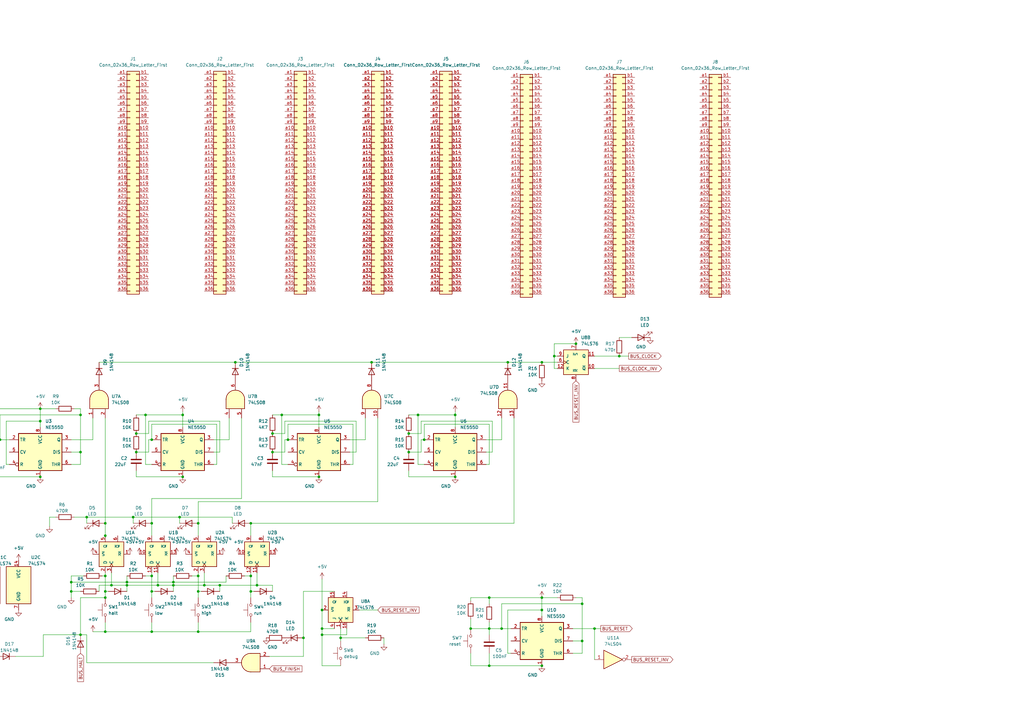
<source format=kicad_sch>
(kicad_sch (version 20211123) (generator eeschema)
  (paper "A3")
  (lib_symbols
    (symbol "74xx:74LS04"
      (property "Reference" "U" (at 0 1.27 0))
      (property "Value" "74LS04" (at 0 -1.27 0))
      (symbol "74LS04_1_0"
        (pin input line (at -7.62 0 0) (length 3.81) (name "~") (number "1"))
        (pin output inverted (at 7.62 0 180) (length 3.81) (name "~") (number "2"))
      )
      (symbol "74LS04_2_0"
        (pin input line (at -7.62 0 0) (length 3.81) (name "~") (number "3"))
        (pin output inverted (at 7.62 0 180) (length 3.81) (name "~") (number "4"))
      )
      (symbol "74LS04_3_0"
        (pin input line (at -7.62 0 0) (length 3.81) (name "~") (number "5"))
        (pin output inverted (at 7.62 0 180) (length 3.81) (name "~") (number "6"))
      )
      (symbol "74LS04_4_0"
        (pin output inverted (at 7.62 0 180) (length 3.81) (name "~") (number "8"))
        (pin input line (at -7.62 0 0) (length 3.81) (name "~") (number "9"))
      )
      (symbol "74LS04_5_0"
        (pin output inverted (at 7.62 0 180) (length 3.81) (name "~") (number "10"))
        (pin input line (at -7.62 0 0) (length 3.81) (name "~") (number "11"))
      )
      (symbol "74LS04_6_0"
        (pin output inverted (at 7.62 0 180) (length 3.81) (name "~") (number "12"))
        (pin input line (at -7.62 0 0) (length 3.81) (name "~") (number "13"))
      )
      (symbol "74LS04_7_0"
        (pin power_in line (at 0 12.7 270) (length 5.08) (name "VCC") (number "14"))
        (pin power_in line (at 0 -12.7 90) (length 5.08) (name "GND") (number "7"))
      )
    )
    (symbol "74xx:74LS08" (pin_names (offset 1.016))
      (property "Reference" "U" (at 0 1.27 0))
      (property "Value" "74LS08" (at 0 -1.27 0))
      (symbol "74LS08_1_1"
        (pin input line (at -7.62 2.54 0) (length 3.81) (name "~") (number "1"))
        (pin input line (at -7.62 -2.54 0) (length 3.81) (name "~") (number "2"))
        (pin output line (at 7.62 0 180) (length 3.81) (name "~") (number "3"))
      )
      (symbol "74LS08_1_2"
        (pin input inverted (at -7.62 2.54 0) (length 4.318) (name "~") (number "1"))
        (pin input inverted (at -7.62 -2.54 0) (length 4.318) (name "~") (number "2"))
        (pin output inverted (at 7.62 0 180) (length 3.81) (name "~") (number "3"))
      )
      (symbol "74LS08_2_1"
        (pin input line (at -7.62 2.54 0) (length 3.81) (name "~") (number "4"))
        (pin input line (at -7.62 -2.54 0) (length 3.81) (name "~") (number "5"))
        (pin output line (at 7.62 0 180) (length 3.81) (name "~") (number "6"))
      )
      (symbol "74LS08_2_2"
        (pin input inverted (at -7.62 2.54 0) (length 4.318) (name "~") (number "4"))
        (pin input inverted (at -7.62 -2.54 0) (length 4.318) (name "~") (number "5"))
        (pin output inverted (at 7.62 0 180) (length 3.81) (name "~") (number "6"))
      )
      (symbol "74LS08_3_1"
        (pin input line (at -7.62 -2.54 0) (length 3.81) (name "~") (number "10"))
        (pin output line (at 7.62 0 180) (length 3.81) (name "~") (number "8"))
        (pin input line (at -7.62 2.54 0) (length 3.81) (name "~") (number "9"))
      )
      (symbol "74LS08_3_2"
        (pin input inverted (at -7.62 -2.54 0) (length 4.318) (name "~") (number "10"))
        (pin output inverted (at 7.62 0 180) (length 3.81) (name "~") (number "8"))
        (pin input inverted (at -7.62 2.54 0) (length 4.318) (name "~") (number "9"))
      )
      (symbol "74LS08_4_1"
        (pin output line (at 7.62 0 180) (length 3.81) (name "~") (number "11"))
        (pin input line (at -7.62 2.54 0) (length 3.81) (name "~") (number "12"))
        (pin input line (at -7.62 -2.54 0) (length 3.81) (name "~") (number "13"))
      )
      (symbol "74LS08_4_2"
        (pin output inverted (at 7.62 0 180) (length 3.81) (name "~") (number "11"))
        (pin input inverted (at -7.62 2.54 0) (length 4.318) (name "~") (number "12"))
        (pin input inverted (at -7.62 -2.54 0) (length 4.318) (name "~") (number "13"))
      )
      (symbol "74LS08_5_0"
        (pin power_in line (at 0 12.7 270) (length 5.08) (name "VCC") (number "14"))
        (pin power_in line (at 0 -12.7 90) (length 5.08) (name "GND") (number "7"))
      )
    )
    (symbol "74xx:74LS74" (pin_names (offset 1.016))
      (property "Reference" "U" (at -7.62 8.89 0))
      (property "Value" "74LS74" (at -7.62 -8.89 0))
      (symbol "74LS74_1_0"
        (pin input line (at 0 -7.62 90) (length 2.54) (name "~{R}") (number "1"))
        (pin input line (at -7.62 2.54 0) (length 2.54) (name "D") (number "2"))
        (pin input clock (at -7.62 0 0) (length 2.54) (name "C") (number "3"))
        (pin input line (at 0 7.62 270) (length 2.54) (name "~{S}") (number "4"))
        (pin output line (at 7.62 2.54 180) (length 2.54) (name "Q") (number "5"))
        (pin output line (at 7.62 -2.54 180) (length 2.54) (name "~{Q}") (number "6"))
      )
      (symbol "74LS74_2_0"
        (pin input line (at 0 7.62 270) (length 2.54) (name "~{S}") (number "10"))
        (pin input clock (at -7.62 0 0) (length 2.54) (name "C") (number "11"))
        (pin input line (at -7.62 2.54 0) (length 2.54) (name "D") (number "12"))
        (pin input line (at 0 -7.62 90) (length 2.54) (name "~{R}") (number "13"))
        (pin output line (at 7.62 -2.54 180) (length 2.54) (name "~{Q}") (number "8"))
        (pin output line (at 7.62 2.54 180) (length 2.54) (name "Q") (number "9"))
      )
      (symbol "74LS74_3_0"
        (pin power_in line (at 0 10.16 270) (length 2.54) (name "VCC") (number "14"))
        (pin power_in line (at 0 -10.16 90) (length 2.54) (name "GND") (number "7"))
      )
    )
    (symbol "74xx:74LS76" (pin_names (offset 1.016))
      (property "Reference" "U" (at -7.62 8.89 0))
      (property "Value" "74LS76" (at -7.62 -8.89 0))
      (symbol "74LS76_1_0"
        (pin input clock (at -7.62 0 0) (length 2.54) (name "C") (number "1"))
        (pin output line (at 7.62 -2.54 180) (length 2.54) (name "~{Q}") (number "14"))
        (pin output line (at 7.62 2.54 180) (length 2.54) (name "Q") (number "15"))
        (pin input line (at -7.62 -2.54 0) (length 2.54) (name "K") (number "16"))
        (pin input line (at 0 7.62 270) (length 2.54) (name "~{S}") (number "2"))
        (pin input line (at 0 -7.62 90) (length 2.54) (name "~{R}") (number "3"))
        (pin input line (at -7.62 2.54 0) (length 2.54) (name "J") (number "4"))
      )
      (symbol "74LS76_2_0"
        (pin output line (at 7.62 -2.54 180) (length 2.54) (name "~{Q}") (number "10"))
        (pin output line (at 7.62 2.54 180) (length 2.54) (name "Q") (number "11"))
        (pin input line (at -7.62 -2.54 0) (length 2.54) (name "K") (number "12"))
        (pin input clock (at -7.62 0 0) (length 2.54) (name "C") (number "6"))
        (pin input line (at 0 7.62 270) (length 2.54) (name "~{S}") (number "7"))
        (pin input line (at 0 -7.62 90) (length 2.54) (name "~{R}") (number "8"))
        (pin input line (at -7.62 2.54 0) (length 2.54) (name "J") (number "9"))
      )
      (symbol "74LS76_3_0"
        (pin power_in line (at 0 -10.16 90) (length 2.54) (name "GND") (number "13"))
        (pin power_in line (at 0 10.16 270) (length 2.54) (name "VCC") (number "5"))
      )
    )
    (symbol "Connector_Generic:Conn_02x36_Row_Letter_First" (pin_names (offset 1.016) hide)
      (property "Reference" "J" (at 1.27 45.72 0))
      (property "Value" "Conn_02x36_Row_Letter_First" (at 1.27 -48.26 0))
      (symbol "Conn_02x36_Row_Letter_First_1_1"
        (pin passive line (at -5.08 43.18 0) (length 3.81) (name "Pin_a1") (number "a1"))
        (pin passive line (at -5.08 20.32 0) (length 3.81) (name "Pin_a10") (number "a10"))
        (pin passive line (at -5.08 17.78 0) (length 3.81) (name "Pin_a11") (number "a11"))
        (pin passive line (at -5.08 15.24 0) (length 3.81) (name "Pin_a12") (number "a12"))
        (pin passive line (at -5.08 12.7 0) (length 3.81) (name "Pin_a13") (number "a13"))
        (pin passive line (at -5.08 10.16 0) (length 3.81) (name "Pin_a14") (number "a14"))
        (pin passive line (at -5.08 7.62 0) (length 3.81) (name "Pin_a15") (number "a15"))
        (pin passive line (at -5.08 5.08 0) (length 3.81) (name "Pin_a16") (number "a16"))
        (pin passive line (at -5.08 2.54 0) (length 3.81) (name "Pin_a17") (number "a17"))
        (pin passive line (at -5.08 0 0) (length 3.81) (name "Pin_a18") (number "a18"))
        (pin passive line (at -5.08 -2.54 0) (length 3.81) (name "Pin_a19") (number "a19"))
        (pin passive line (at -5.08 40.64 0) (length 3.81) (name "Pin_a2") (number "a2"))
        (pin passive line (at -5.08 -5.08 0) (length 3.81) (name "Pin_a20") (number "a20"))
        (pin passive line (at -5.08 -7.62 0) (length 3.81) (name "Pin_a21") (number "a21"))
        (pin passive line (at -5.08 -10.16 0) (length 3.81) (name "Pin_a22") (number "a22"))
        (pin passive line (at -5.08 -12.7 0) (length 3.81) (name "Pin_a23") (number "a23"))
        (pin passive line (at -5.08 -15.24 0) (length 3.81) (name "Pin_a24") (number "a24"))
        (pin passive line (at -5.08 -17.78 0) (length 3.81) (name "Pin_a25") (number "a25"))
        (pin passive line (at -5.08 -20.32 0) (length 3.81) (name "Pin_a26") (number "a26"))
        (pin passive line (at -5.08 -22.86 0) (length 3.81) (name "Pin_a27") (number "a27"))
        (pin passive line (at -5.08 -25.4 0) (length 3.81) (name "Pin_a28") (number "a28"))
        (pin passive line (at -5.08 -27.94 0) (length 3.81) (name "Pin_a29") (number "a29"))
        (pin passive line (at -5.08 38.1 0) (length 3.81) (name "Pin_a3") (number "a3"))
        (pin passive line (at -5.08 -30.48 0) (length 3.81) (name "Pin_a30") (number "a30"))
        (pin passive line (at -5.08 -33.02 0) (length 3.81) (name "Pin_a31") (number "a31"))
        (pin passive line (at -5.08 -35.56 0) (length 3.81) (name "Pin_a32") (number "a32"))
        (pin passive line (at -5.08 -38.1 0) (length 3.81) (name "Pin_a33") (number "a33"))
        (pin passive line (at -5.08 -40.64 0) (length 3.81) (name "Pin_a34") (number "a34"))
        (pin passive line (at -5.08 -43.18 0) (length 3.81) (name "Pin_a35") (number "a35"))
        (pin passive line (at -5.08 -45.72 0) (length 3.81) (name "Pin_a36") (number "a36"))
        (pin passive line (at -5.08 35.56 0) (length 3.81) (name "Pin_a4") (number "a4"))
        (pin passive line (at -5.08 33.02 0) (length 3.81) (name "Pin_a5") (number "a5"))
        (pin passive line (at -5.08 30.48 0) (length 3.81) (name "Pin_a6") (number "a6"))
        (pin passive line (at -5.08 27.94 0) (length 3.81) (name "Pin_a7") (number "a7"))
        (pin passive line (at -5.08 25.4 0) (length 3.81) (name "Pin_a8") (number "a8"))
        (pin passive line (at -5.08 22.86 0) (length 3.81) (name "Pin_a9") (number "a9"))
        (pin passive line (at 7.62 43.18 180) (length 3.81) (name "Pin_b1") (number "b1"))
        (pin passive line (at 7.62 20.32 180) (length 3.81) (name "Pin_b10") (number "b10"))
        (pin passive line (at 7.62 17.78 180) (length 3.81) (name "Pin_b11") (number "b11"))
        (pin passive line (at 7.62 15.24 180) (length 3.81) (name "Pin_b12") (number "b12"))
        (pin passive line (at 7.62 12.7 180) (length 3.81) (name "Pin_b13") (number "b13"))
        (pin passive line (at 7.62 10.16 180) (length 3.81) (name "Pin_b14") (number "b14"))
        (pin passive line (at 7.62 7.62 180) (length 3.81) (name "Pin_b15") (number "b15"))
        (pin passive line (at 7.62 5.08 180) (length 3.81) (name "Pin_b16") (number "b16"))
        (pin passive line (at 7.62 2.54 180) (length 3.81) (name "Pin_b17") (number "b17"))
        (pin passive line (at 7.62 0 180) (length 3.81) (name "Pin_b18") (number "b18"))
        (pin passive line (at 7.62 -2.54 180) (length 3.81) (name "Pin_b19") (number "b19"))
        (pin passive line (at 7.62 40.64 180) (length 3.81) (name "Pin_b2") (number "b2"))
        (pin passive line (at 7.62 -5.08 180) (length 3.81) (name "Pin_b20") (number "b20"))
        (pin passive line (at 7.62 -7.62 180) (length 3.81) (name "Pin_b21") (number "b21"))
        (pin passive line (at 7.62 -10.16 180) (length 3.81) (name "Pin_b22") (number "b22"))
        (pin passive line (at 7.62 -12.7 180) (length 3.81) (name "Pin_b23") (number "b23"))
        (pin passive line (at 7.62 -15.24 180) (length 3.81) (name "Pin_b24") (number "b24"))
        (pin passive line (at 7.62 -17.78 180) (length 3.81) (name "Pin_b25") (number "b25"))
        (pin passive line (at 7.62 -20.32 180) (length 3.81) (name "Pin_b26") (number "b26"))
        (pin passive line (at 7.62 -22.86 180) (length 3.81) (name "Pin_b27") (number "b27"))
        (pin passive line (at 7.62 -25.4 180) (length 3.81) (name "Pin_b28") (number "b28"))
        (pin passive line (at 7.62 -27.94 180) (length 3.81) (name "Pin_b29") (number "b29"))
        (pin passive line (at 7.62 38.1 180) (length 3.81) (name "Pin_b3") (number "b3"))
        (pin passive line (at 7.62 -30.48 180) (length 3.81) (name "Pin_b30") (number "b30"))
        (pin passive line (at 7.62 -33.02 180) (length 3.81) (name "Pin_b31") (number "b31"))
        (pin passive line (at 7.62 -35.56 180) (length 3.81) (name "Pin_b32") (number "b32"))
        (pin passive line (at 7.62 -38.1 180) (length 3.81) (name "Pin_b33") (number "b33"))
        (pin passive line (at 7.62 -40.64 180) (length 3.81) (name "Pin_b34") (number "b34"))
        (pin passive line (at 7.62 -43.18 180) (length 3.81) (name "Pin_b35") (number "b35"))
        (pin passive line (at 7.62 -45.72 180) (length 3.81) (name "Pin_b36") (number "b36"))
        (pin passive line (at 7.62 35.56 180) (length 3.81) (name "Pin_b4") (number "b4"))
        (pin passive line (at 7.62 33.02 180) (length 3.81) (name "Pin_b5") (number "b5"))
        (pin passive line (at 7.62 30.48 180) (length 3.81) (name "Pin_b6") (number "b6"))
        (pin passive line (at 7.62 27.94 180) (length 3.81) (name "Pin_b7") (number "b7"))
        (pin passive line (at 7.62 25.4 180) (length 3.81) (name "Pin_b8") (number "b8"))
        (pin passive line (at 7.62 22.86 180) (length 3.81) (name "Pin_b9") (number "b9"))
      )
    )
    (symbol "Device:C" (pin_numbers hide) (pin_names (offset 0.254))
      (property "Reference" "C" (at 0.635 2.54 0))
      (property "Value" "C" (at 0.635 -2.54 0))
      (symbol "C_1_1"
        (pin passive line (at 0 3.81 270) (length 2.794) (name "~") (number "1"))
        (pin passive line (at 0 -3.81 90) (length 2.794) (name "~") (number "2"))
      )
    )
    (symbol "Device:LED" (pin_numbers hide) (pin_names (offset 1.016) hide)
      (property "Reference" "D" (at 0 2.54 0))
      (property "Value" "LED" (at 0 -2.54 0))
      (symbol "LED_1_1"
        (pin passive line (at -3.81 0 0) (length 2.54) (name "K") (number "1"))
        (pin passive line (at 3.81 0 180) (length 2.54) (name "A") (number "2"))
      )
    )
    (symbol "Device:R" (pin_numbers hide) (pin_names (offset 0))
      (property "Reference" "R" (at 2.032 0 90))
      (property "Value" "R" (at 0 0 90))
      (symbol "R_1_1"
        (pin passive line (at 0 3.81 270) (length 1.27) (name "~") (number "1"))
        (pin passive line (at 0 -3.81 90) (length 1.27) (name "~") (number "2"))
      )
    )
    (symbol "Diode:1N4148" (pin_numbers hide) (pin_names hide)
      (property "Reference" "D" (at 0 2.54 0))
      (property "Value" "1N4148" (at 0 -2.54 0))
      (symbol "1N4148_1_1"
        (pin passive line (at -3.81 0 0) (length 2.54) (name "K") (number "1"))
        (pin passive line (at 3.81 0 180) (length 2.54) (name "A") (number "2"))
      )
    )
    (symbol "Switch:SW_Push" (pin_numbers hide) (pin_names (offset 1.016) hide)
      (property "Reference" "SW" (at 1.27 2.54 0))
      (property "Value" "SW_Push" (at 0 -1.524 0))
      (symbol "SW_Push_0_1"
        (pin passive line (at -5.08 0 0) (length 2.54) (name "1") (number "1"))
        (pin passive line (at 5.08 0 180) (length 2.54) (name "2") (number "2"))
      )
    )
    (symbol "Timer:NE555D"
      (property "Reference" "U" (at -10.16 8.89 0))
      (property "Value" "NE555D" (at 2.54 8.89 0))
      (symbol "NE555D_0_0"
        (pin power_in line (at 0 -10.16 90) (length 2.54) (name "GND") (number "1"))
        (pin power_in line (at 0 10.16 270) (length 2.54) (name "VCC") (number "8"))
      )
      (symbol "NE555D_1_1"
        (pin input line (at -12.7 5.08 0) (length 3.81) (name "TR") (number "2"))
        (pin output line (at 12.7 5.08 180) (length 3.81) (name "Q") (number "3"))
        (pin input inverted (at -12.7 -5.08 0) (length 3.81) (name "R") (number "4"))
        (pin input line (at -12.7 0 0) (length 3.81) (name "CV") (number "5"))
        (pin input line (at 12.7 -5.08 180) (length 3.81) (name "THR") (number "6"))
        (pin input line (at 12.7 0 180) (length 3.81) (name "DIS") (number "7"))
      )
    )
    (symbol "power:+5V" (power) (pin_names (offset 0))
      (property "Value" "+5V" (at 0 3.556 0))
      (symbol "+5V_1_1"
        (pin power_in line (at 0 0 90) (length 0) hide (name "+5V") (number "1"))
      )
    )
    (symbol "power:GND" (power) (pin_names (offset 0))
      (property "Value" "GND" (at 0 -3.81 0))
      (symbol "GND_1_1"
        (pin power_in line (at 0 0 270) (length 0) hide (name "GND") (number "1"))
      )
    )
  )
  (junction (at 74.93 195.58))
  (junction (at 102.87 236.22))
  (junction (at 118.11 180.34))
  (junction (at 81.28 236.22))
  (junction (at 139.7 261.62))
  (junction (at 59.69 170.18))
  (junction (at 205.74 257.81))
  (junction (at 171.45 170.18))
  (junction (at 71.12 238.76))
  (junction (at 54.61 212.09))
  (junction (at 62.23 214.63))
  (junction (at 0 180.34))
  (junction (at 130.81 195.58))
  (junction (at 35.56 212.09))
  (junction (at 43.18 259.08))
  (junction (at 102.87 242.57))
  (junction (at 43.18 236.22))
  (junction (at 132.08 260.35))
  (junction (at 16.51 195.58))
  (junction (at 124.46 261.62))
  (junction (at 43.18 219.71))
  (junction (at 254 146.05))
  (junction (at 43.18 214.63))
  (junction (at 43.18 242.57))
  (junction (at -5.08 167.64))
  (junction (at -5.08 180.34))
  (junction (at 236.22 140.97))
  (junction (at 102.87 214.63))
  (junction (at 71.12 240.03))
  (junction (at 200.66 257.81))
  (junction (at 81.28 259.08))
  (junction (at 222.25 250.19))
  (junction (at 222.25 245.11))
  (junction (at 193.04 257.81))
  (junction (at -12.7 180.34))
  (junction (at 43.18 245.11))
  (junction (at 73.66 212.09))
  (junction (at 29.21 242.57))
  (junction (at 45.72 240.03))
  (junction (at 208.28 148.59))
  (junction (at 62.23 236.22))
  (junction (at 115.57 170.18))
  (junction (at 200.66 273.05))
  (junction (at 200.66 245.11))
  (junction (at 111.76 185.42))
  (junction (at 33.02 185.42))
  (junction (at 64.77 240.03))
  (junction (at 29.21 238.76))
  (junction (at 55.88 185.42))
  (junction (at 62.23 259.08))
  (junction (at 173.99 180.34))
  (junction (at 33.02 170.18))
  (junction (at 167.64 185.42))
  (junction (at -5.08 195.58))
  (junction (at 90.17 240.03))
  (junction (at 96.52 148.59))
  (junction (at 62.23 242.57))
  (junction (at 238.76 247.65))
  (junction (at 33.02 260.35))
  (junction (at 52.07 238.76))
  (junction (at 74.93 170.18))
  (junction (at 243.84 257.81))
  (junction (at 105.41 240.03))
  (junction (at 81.28 214.63))
  (junction (at 132.08 250.19))
  (junction (at 152.4 148.59))
  (junction (at 81.28 242.57))
  (junction (at 132.08 257.81))
  (junction (at 111.76 177.8))
  (junction (at 186.69 170.18))
  (junction (at 16.51 167.64))
  (junction (at 55.88 177.8))
  (junction (at 83.82 240.03))
  (junction (at 222.25 148.59))
  (junction (at 238.76 262.89))
  (junction (at 62.23 180.34))
  (junction (at 52.07 240.03))
  (junction (at 186.69 195.58))
  (junction (at 16.51 172.72))
  (junction (at 227.33 146.05))
  (junction (at 167.64 177.8))
  (junction (at 130.81 170.18))
  (junction (at 222.25 273.05))
  (wire (pts (xy 33.02 190.5) (xy 33.02 185.42)))
  (wire (pts (xy 200.66 190.5) (xy 200.66 173.99)))
  (wire (pts (xy 17.78 269.24) (xy 17.78 260.35)))
  (wire (pts (xy 38.1 180.34) (xy 38.1 171.45)))
  (wire (pts (xy 208.28 148.59) (xy 222.25 148.59)))
  (wire (pts (xy 139.7 261.62) (xy 149.86 261.62)))
  (wire (pts (xy 71.12 236.22) (xy 71.12 238.76)))
  (wire (pts (xy 200.66 173.99) (xy 173.99 173.99)))
  (wire (pts (xy 30.48 167.64) (xy 33.02 167.64)))
  (wire (pts (xy 2.54 190.5) (xy 3.81 190.5)))
  (wire (pts (xy 173.99 190.5) (xy 171.45 190.5)))
  (wire (pts (xy 222.25 245.11) (xy 222.25 250.19)))
  (wire (pts (xy 102.87 242.57) (xy 102.87 245.11)))
  (wire (pts (xy 193.04 245.11) (xy 200.66 245.11)))
  (wire (pts (xy 139.7 273.05) (xy 132.08 273.05)))
  (wire (pts (xy 62.23 255.27) (xy 62.23 259.08)))
  (wire (pts (xy 199.39 185.42) (xy 201.93 185.42)))
  (wire (pts (xy 238.76 267.97) (xy 238.76 262.89)))
  (wire (pts (xy 62.23 190.5) (xy 59.69 190.5)))
  (wire (pts (xy 139.7 261.62) (xy 139.7 262.89)))
  (wire (pts (xy 81.28 242.57) (xy 81.28 245.11)))
  (wire (pts (xy 201.93 172.72) (xy 172.72 172.72)))
  (wire (pts (xy 41.91 236.22) (xy 43.18 236.22)))
  (wire (pts (xy -5.08 195.58) (xy -5.08 190.5)))
  (wire (pts (xy 172.72 172.72) (xy 172.72 177.8)))
  (wire (pts (xy 0 180.34) (xy 0 170.18)))
  (wire (pts (xy 20.32 212.09) (xy 22.86 212.09)))
  (wire (pts (xy 124.46 269.24) (xy 124.46 261.62)))
  (wire (pts (xy 62.23 234.95) (xy 62.23 236.22)))
  (wire (pts (xy 234.95 257.81) (xy 243.84 257.81)))
  (wire (pts (xy 132.08 257.81) (xy 137.16 257.81)))
  (wire (pts (xy 33.02 167.64) (xy 33.02 170.18)))
  (wire (pts (xy 0 170.18) (xy 33.02 170.18)))
  (wire (pts (xy 172.72 180.34) (xy 173.99 180.34)))
  (wire (pts (xy 228.6 151.13) (xy 227.33 151.13)))
  (wire (pts (xy 227.33 151.13) (xy 227.33 146.05)))
  (wire (pts (xy 144.78 173.99) (xy 118.11 173.99)))
  (wire (pts (xy 143.51 185.42) (xy 146.05 185.42)))
  (wire (pts (xy 186.69 168.91) (xy 186.69 170.18)))
  (wire (pts (xy 115.57 170.18) (xy 115.57 190.5)))
  (wire (pts (xy 105.41 234.95) (xy 105.41 240.03)))
  (wire (pts (xy 157.48 264.16) (xy 157.48 261.62)))
  (wire (pts (xy 102.87 236.22) (xy 102.87 242.57)))
  (wire (pts (xy 0 180.34) (xy 3.81 180.34)))
  (wire (pts (xy 130.81 195.58) (xy 111.76 195.58)))
  (wire (pts (xy 116.84 180.34) (xy 118.11 180.34)))
  (wire (pts (xy 132.08 273.05) (xy 132.08 260.35)))
  (wire (pts (xy 111.76 185.42) (xy 116.84 185.42)))
  (wire (pts (xy 102.87 214.63) (xy 210.82 214.63)))
  (wire (pts (xy 193.04 254) (xy 193.04 257.81)))
  (wire (pts (xy 93.98 180.34) (xy 93.98 171.45)))
  (wire (pts (xy 60.96 172.72) (xy 60.96 177.8)))
  (wire (pts (xy -5.08 170.18) (xy -5.08 167.64)))
  (wire (pts (xy 200.66 255.27) (xy 200.66 257.81)))
  (wire (pts (xy 227.33 140.97) (xy 236.22 140.97)))
  (wire (pts (xy 71.12 240.03) (xy 71.12 242.57)))
  (wire (pts (xy 96.52 148.59) (xy 152.4 148.59)))
  (wire (pts (xy 132.08 257.81) (xy 132.08 250.19)))
  (wire (pts (xy 137.16 242.57) (xy 124.46 242.57)))
  (wire (pts (xy 102.87 259.08) (xy 102.87 255.27)))
  (wire (pts (xy 238.76 247.65) (xy 238.76 262.89)))
  (wire (pts (xy 154.94 205.74) (xy 81.28 205.74)))
  (wire (pts (xy 227.33 146.05) (xy 227.33 140.97)))
  (wire (pts (xy 143.51 190.5) (xy 144.78 190.5)))
  (wire (pts (xy 238.76 262.89) (xy 234.95 262.89)))
  (wire (pts (xy 59.69 170.18) (xy 59.69 190.5)))
  (wire (pts (xy 88.9 190.5) (xy 88.9 173.99)))
  (wire (pts (xy -12.7 195.58) (xy -5.08 195.58)))
  (wire (pts (xy 83.82 234.95) (xy 83.82 240.03)))
  (wire (pts (xy 83.82 240.03) (xy 90.17 240.03)))
  (wire (pts (xy 100.33 236.22) (xy 102.87 236.22)))
  (wire (pts (xy 55.88 195.58) (xy 55.88 193.04)))
  (wire (pts (xy 6.35 269.24) (xy 17.78 269.24)))
  (wire (pts (xy 81.28 259.08) (xy 102.87 259.08)))
  (wire (pts (xy 73.66 212.09) (xy 73.66 214.63)))
  (wire (pts (xy 200.66 257.81) (xy 200.66 260.35)))
  (wire (pts (xy 205.74 180.34) (xy 205.74 171.45)))
  (wire (pts (xy 124.46 242.57) (xy 124.46 261.62)))
  (wire (pts (xy 208.28 250.19) (xy 208.28 267.97)))
  (wire (pts (xy 81.28 236.22) (xy 81.28 242.57)))
  (wire (pts (xy 200.66 247.65) (xy 200.66 245.11)))
  (wire (pts (xy 193.04 267.97) (xy 193.04 273.05)))
  (wire (pts (xy 227.33 146.05) (xy 228.6 146.05)))
  (wire (pts (xy 90.17 185.42) (xy 90.17 172.72)))
  (wire (pts (xy 62.23 236.22) (xy 62.23 242.57)))
  (wire (pts (xy 29.21 190.5) (xy 33.02 190.5)))
  (wire (pts (xy 243.84 257.81) (xy 243.84 270.51)))
  (wire (pts (xy 29.21 238.76) (xy 52.07 238.76)))
  (wire (pts (xy 139.7 257.81) (xy 139.7 261.62)))
  (wire (pts (xy 29.21 242.57) (xy 33.02 242.57)))
  (wire (pts (xy 222.25 273.05) (xy 200.66 273.05)))
  (wire (pts (xy 102.87 242.57) (xy 104.14 242.57)))
  (wire (pts (xy 62.23 242.57) (xy 63.5 242.57)))
  (wire (pts (xy 200.66 257.81) (xy 205.74 257.81)))
  (wire (pts (xy 29.21 238.76) (xy 29.21 242.57)))
  (wire (pts (xy 55.88 177.8) (xy 60.96 177.8)))
  (wire (pts (xy 142.24 260.35) (xy 132.08 260.35)))
  (wire (pts (xy 33.02 245.11) (xy 43.18 245.11)))
  (wire (pts (xy -12.7 167.64) (xy -5.08 167.64)))
  (wire (pts (xy 102.87 214.63) (xy 102.87 219.71)))
  (wire (pts (xy 52.07 238.76) (xy 71.12 238.76)))
  (wire (pts (xy 29.21 242.57) (xy 29.21 245.11)))
  (wire (pts (xy 90.17 172.72) (xy 60.96 172.72)))
  (wire (pts (xy 71.12 240.03) (xy 83.82 240.03)))
  (wire (pts (xy 64.77 234.95) (xy 64.77 240.03)))
  (wire (pts (xy 52.07 242.57) (xy 52.07 240.03)))
  (wire (pts (xy 45.72 234.95) (xy 45.72 240.03)))
  (wire (pts (xy 95.25 214.63) (xy 95.25 212.09)))
  (wire (pts (xy 102.87 234.95) (xy 102.87 236.22)))
  (wire (pts (xy 62.23 242.57) (xy 62.23 245.11)))
  (wire (pts (xy 222.25 250.19) (xy 208.28 250.19)))
  (wire (pts (xy 35.56 212.09) (xy 35.56 214.63)))
  (wire (pts (xy 200.66 245.11) (xy 222.25 245.11)))
  (wire (pts (xy 193.04 257.81) (xy 200.66 257.81)))
  (wire (pts (xy 143.51 180.34) (xy 149.86 180.34)))
  (wire (pts (xy 62.23 173.99) (xy 62.23 180.34)))
  (wire (pts (xy 99.06 204.47) (xy 62.23 204.47)))
  (wire (pts (xy 62.23 204.47) (xy 62.23 214.63)))
  (wire (pts (xy 59.69 236.22) (xy 62.23 236.22)))
  (wire (pts (xy 52.07 236.22) (xy 52.07 238.76)))
  (wire (pts (xy 55.88 185.42) (xy 60.96 185.42)))
  (wire (pts (xy 116.84 185.42) (xy 116.84 180.34)))
  (wire (pts (xy 172.72 185.42) (xy 172.72 180.34)))
  (wire (pts (xy 254 146.05) (xy 257.81 146.05)))
  (wire (pts (xy 35.56 260.35) (xy 33.02 260.35)))
  (wire (pts (xy -5.08 180.34) (xy -5.08 182.88)))
  (wire (pts (xy 205.74 257.81) (xy 209.55 257.81)))
  (wire (pts (xy 193.04 273.05) (xy 200.66 273.05)))
  (wire (pts (xy 199.39 190.5) (xy 200.66 190.5)))
  (wire (pts (xy 87.63 190.5) (xy 88.9 190.5)))
  (wire (pts (xy 45.72 240.03) (xy 52.07 240.03)))
  (wire (pts (xy 30.48 212.09) (xy 35.56 212.09)))
  (wire (pts (xy -5.08 177.8) (xy -5.08 180.34)))
  (wire (pts (xy 78.74 236.22) (xy 81.28 236.22)))
  (wire (pts (xy 17.78 260.35) (xy 33.02 260.35)))
  (wire (pts (xy 40.64 240.03) (xy 45.72 240.03)))
  (wire (pts (xy 43.18 234.95) (xy 43.18 236.22)))
  (wire (pts (xy 111.76 177.8) (xy 116.84 177.8)))
  (wire (pts (xy 118.11 173.99) (xy 118.11 180.34)))
  (wire (pts (xy 99.06 171.45) (xy 99.06 204.47)))
  (wire (pts (xy 90.17 240.03) (xy 105.41 240.03)))
  (wire (pts (xy 29.21 236.22) (xy 29.21 238.76)))
  (wire (pts (xy 144.78 190.5) (xy 144.78 173.99)))
  (wire (pts (xy 59.69 170.18) (xy 74.93 170.18)))
  (wire (pts (xy -12.7 176.53) (xy -12.7 180.34)))
  (wire (pts (xy 54.61 212.09) (xy 54.61 214.63)))
  (wire (pts (xy -12.7 190.5) (xy -12.7 195.58)))
  (wire (pts (xy 74.93 170.18) (xy 74.93 175.26)))
  (wire (pts (xy 43.18 220.98) (xy 43.18 219.71)))
  (wire (pts (xy 71.12 238.76) (xy 92.71 238.76)))
  (wire (pts (xy 118.11 190.5) (xy 115.57 190.5)))
  (wire (pts (xy 16.51 175.26) (xy 16.51 172.72)))
  (wire (pts (xy 34.29 236.22) (xy 29.21 236.22)))
  (wire (pts (xy 43.18 242.57) (xy 43.18 245.11)))
  (wire (pts (xy 22.86 167.64) (xy 16.51 167.64)))
  (wire (pts (xy 16.51 195.58) (xy -5.08 195.58)))
  (wire (pts (xy 132.08 237.49) (xy 132.08 250.19)))
  (wire (pts (xy 38.1 259.08) (xy 43.18 259.08)))
  (wire (pts (xy 64.77 240.03) (xy 71.12 240.03)))
  (wire (pts (xy 88.9 173.99) (xy 62.23 173.99)))
  (wire (pts (xy 205.74 247.65) (xy 238.76 247.65)))
  (wire (pts (xy 33.02 260.35) (xy 33.02 245.11)))
  (wire (pts (xy 171.45 170.18) (xy 186.69 170.18)))
  (wire (pts (xy 167.64 195.58) (xy 167.64 193.04)))
  (wire (pts (xy 147.32 250.19) (xy 154.94 250.19)))
  (wire (pts (xy 62.23 214.63) (xy 62.23 219.71)))
  (wire (pts (xy 87.63 271.78) (xy 35.56 271.78)))
  (wire (pts (xy 81.28 214.63) (xy 81.28 219.71)))
  (wire (pts (xy 243.84 146.05) (xy 254 146.05)))
  (wire (pts (xy 186.69 170.18) (xy 186.69 175.26)))
  (wire (pts (xy 55.88 170.18) (xy 59.69 170.18)))
  (wire (pts (xy 35.56 271.78) (xy 35.56 260.35)))
  (wire (pts (xy 167.64 185.42) (xy 172.72 185.42)))
  (wire (pts (xy 146.05 185.42) (xy 146.05 172.72)))
  (wire (pts (xy 115.57 170.18) (xy 130.81 170.18)))
  (wire (pts (xy 254 138.43) (xy 259.08 138.43)))
  (wire (pts (xy 142.24 257.81) (xy 142.24 260.35)))
  (wire (pts (xy 171.45 170.18) (xy 171.45 190.5)))
  (wire (pts (xy 74.93 168.91) (xy 74.93 170.18)))
  (wire (pts (xy 20.32 212.09) (xy 20.32 215.9)))
  (wire (pts (xy 236.22 245.11) (xy 238.76 245.11)))
  (wire (pts (xy 130.81 170.18) (xy 130.81 175.26)))
  (wire (pts (xy 205.74 257.81) (xy 205.74 247.65)))
  (wire (pts (xy 154.94 171.45) (xy 154.94 205.74)))
  (wire (pts (xy 60.96 180.34) (xy 62.23 180.34)))
  (wire (pts (xy 35.56 212.09) (xy 54.61 212.09)))
  (wire (pts (xy 40.64 242.57) (xy 40.64 240.03)))
  (wire (pts (xy 201.93 185.42) (xy 201.93 172.72)))
  (wire (pts (xy 43.18 236.22) (xy 43.18 242.57)))
  (wire (pts (xy 105.41 240.03) (xy 111.76 240.03)))
  (wire (pts (xy 238.76 245.11) (xy 238.76 247.65)))
  (wire (pts (xy 234.95 267.97) (xy 238.76 267.97)))
  (wire (pts (xy 210.82 171.45) (xy 210.82 214.63)))
  (wire (pts (xy 92.71 236.22) (xy 92.71 238.76)))
  (wire (pts (xy -5.08 180.34) (xy 0 180.34)))
  (wire (pts (xy 167.64 170.18) (xy 171.45 170.18)))
  (wire (pts (xy 146.05 172.72) (xy 116.84 172.72)))
  (wire (pts (xy -12.7 180.34) (xy -5.08 180.34)))
  (wire (pts (xy 33.02 185.42) (xy 29.21 185.42)))
  (wire (pts (xy 74.93 195.58) (xy 55.88 195.58)))
  (wire (pts (xy 152.4 148.59) (xy 208.28 148.59)))
  (wire (pts (xy 116.84 172.72) (xy 116.84 177.8)))
  (wire (pts (xy 81.28 234.95) (xy 81.28 236.22)))
  (wire (pts (xy 111.76 195.58) (xy 111.76 193.04)))
  (wire (pts (xy 87.63 185.42) (xy 90.17 185.42)))
  (wire (pts (xy 62.23 259.08) (xy 81.28 259.08)))
  (wire (pts (xy 173.99 173.99) (xy 173.99 180.34)))
  (wire (pts (xy 52.07 240.03) (xy 64.77 240.03)))
  (wire (pts (xy 33.02 170.18) (xy 33.02 185.42)))
  (wire (pts (xy 29.21 180.34) (xy 38.1 180.34)))
  (wire (pts (xy 228.6 245.11) (xy 222.25 245.11)))
  (wire (pts (xy 243.84 151.13) (xy 254 151.13)))
  (wire (pts (xy 208.28 267.97) (xy 209.55 267.97)))
  (wire (pts (xy 73.66 212.09) (xy 95.25 212.09)))
  (wire (pts (xy 111.76 240.03) (xy 111.76 242.57)))
  (wire (pts (xy 87.63 180.34) (xy 93.98 180.34)))
  (wire (pts (xy 81.28 242.57) (xy 82.55 242.57)))
  (wire (pts (xy 222.25 252.73) (xy 222.25 250.19)))
  (wire (pts (xy 199.39 180.34) (xy 205.74 180.34)))
  (wire (pts (xy 54.61 212.09) (xy 73.66 212.09)))
  (wire (pts (xy 81.28 205.74) (xy 81.28 214.63)))
  (wire (pts (xy 186.69 195.58) (xy 167.64 195.58)))
  (wire (pts (xy 43.18 214.63) (xy 43.18 219.71)))
  (wire (pts (xy 243.84 257.81) (xy 246.38 257.81)))
  (wire (pts (xy 132.08 260.35) (xy 132.08 257.81)))
  (wire (pts (xy 2.54 172.72) (xy 2.54 190.5)))
  (wire (pts (xy 193.04 246.38) (xy 193.04 245.11)))
  (wire (pts (xy -5.08 167.64) (xy 16.51 167.64)))
  (wire (pts (xy 16.51 167.64) (xy 16.51 172.72)))
  (wire (pts (xy 43.18 171.45) (xy 43.18 214.63)))
  (wire (pts (xy 222.25 148.59) (xy 228.6 148.59)))
  (wire (pts (xy 90.17 240.03) (xy 90.17 242.57)))
  (wire (pts (xy 110.49 269.24) (xy 124.46 269.24)))
  (wire (pts (xy 111.76 170.18) (xy 115.57 170.18)))
  (wire (pts (xy 130.81 168.91) (xy 130.81 170.18)))
  (wire (pts (xy 81.28 255.27) (xy 81.28 259.08)))
  (wire (pts (xy -12.7 168.91) (xy -12.7 167.64)))
  (wire (pts (xy 43.18 255.27) (xy 43.18 259.08)))
  (wire (pts (xy 16.51 172.72) (xy 2.54 172.72)))
  (wire (pts (xy 43.18 259.08) (xy 62.23 259.08)))
  (wire (pts (xy 149.86 180.34) (xy 149.86 171.45)))
  (wire (pts (xy 167.64 177.8) (xy 172.72 177.8)))
  (wire (pts (xy 43.18 242.57) (xy 44.45 242.57)))
  (wire (pts (xy 40.64 148.59) (xy 96.52 148.59)))
  (wire (pts (xy 200.66 273.05) (xy 200.66 267.97)))
  (wire (pts (xy 60.96 185.42) (xy 60.96 180.34)))
  (global_label "BUS_HALT" (shape input) (at 33.02 267.97 270) (property "Intersheet References" "${INTERSHEET_REFS}" (effects hide)))
  (global_label "BUS_RESET" (shape output) (at 246.38 257.81 0) (property "Intersheet References" "${INTERSHEET_REFS}" (effects hide)))
  (global_label "BUS_CLOCK_INV" (shape output) (at 254 151.13 0) (property "Intersheet References" "${INTERSHEET_REFS}" (effects hide)))
  (global_label "BUS_CLOCK" (shape output) (at 257.81 146.05 0) (property "Intersheet References" "${INTERSHEET_REFS}" (effects hide)))
  (global_label "BUS_RESET_INV" (shape input) (at 154.94 250.19 0) (property "Intersheet References" "${INTERSHEET_REFS}" (effects hide)))
  (global_label "BUS_RESET_INV" (shape input) (at 236.22 156.21 270) (property "Intersheet References" "${INTERSHEET_REFS}" (effects hide)))
  (global_label "BUS_RESET" (shape input) (at -1.27 269.24 180) (property "Intersheet References" "${INTERSHEET_REFS}" (effects hide)))
  (global_label "BUS_FINISH" (shape input) (at 110.49 274.32 0) (property "Intersheet References" "${INTERSHEET_REFS}" (effects hide)))
  (global_label "BUS_RESET_INV" (shape output) (at 259.08 270.51 0) (property "Intersheet References" "${INTERSHEET_REFS}" (effects hide)))
  (symbol (lib_id "power:GND") (at 29.21 245.11 0) (unit 1)
    (property "Reference" "#PWR08" (effects hide))
    (property "Value" "GND" (at 25.4 248.92 0))
  )
  (symbol (lib_id "Device:R") (at 55.88 173.99 180) (unit 1)
    (property "Reference" "R10" (at 52.07 172.72 0))
    (property "Value" "10K" (at 52.07 175.26 0))
  )
  (symbol (lib_id "Device:R") (at 38.1 236.22 90) (unit 1)
    (property "Reference" "R1" (at 36.83 231.14 90))
    (property "Value" "10K" (at 36.83 233.68 90))
  )
  (symbol (lib_id "power:+5V") (at 236.22 140.97 0) (unit 1)
    (property "Reference" "#PWR028" (effects hide))
    (property "Value" "+5V" (at 236.22 135.89 0))
  )
  (symbol (lib_id "Device:R") (at 26.67 212.09 90) (unit 1)
    (property "Reference" "R6" (at 25.4 207.01 90))
    (property "Value" "470R" (at 25.4 209.55 90))
  )
  (symbol (lib_id "power:+5V") (at 38.1 259.08 0) (unit 1)
    (property "Reference" "#PWR010" (effects hide))
    (property "Value" "+5V" (at 38.1 254 0))
  )
  (symbol (lib_id "Connector_Generic:Conn_02x36_Row_Letter_First") (at 153.67 73.66 0) (unit 1)
    (property "Reference" "J4" (at 154.94 24.13 0))
    (property "Value" "Conn_02x36_Row_Letter_First" (at 154.94 26.67 0))
  )
  (symbol (lib_id "74xx:74LS08") (at 102.87 271.78 180) (unit 1)
    (property "Reference" "U9" (at 102.87 262.89 0))
    (property "Value" "74LS08" (at 102.87 265.43 0))
    (property "Datasheet" "http://www.ti.com/lit/gpn/sn74LS08" (effects hide))
  )
  (symbol (lib_id "Device:R") (at 113.03 261.62 90) (unit 1)
    (property "Reference" "R18" (at 111.76 256.54 90))
    (property "Value" "470R" (at 111.76 259.08 90))
  )
  (symbol (lib_id "power:+5V") (at 38.1 227.33 0) (unit 1)
    (property "Reference" "#PWR09" (effects hide))
    (property "Value" "+5V" (at 38.1 222.25 0))
  )
  (symbol (lib_id "power:GND") (at 130.81 195.58 0) (unit 1)
    (property "Reference" "#PWR022" (effects hide))
    (property "Value" "GND" (at 127 199.39 0))
  )
  (symbol (lib_id "Device:LED") (at 39.37 214.63 0) (unit 1)
    (property "Reference" "D5" (at 37.7825 208.28 0))
    (property "Value" "LED" (at 37.7825 210.82 0))
  )
  (symbol (lib_id "Diode:1N4148") (at 152.4 152.4 270) (unit 1)
    (property "Reference" "D11" (at 154.94 148.59 0))
    (property "Value" "1N4148" (at 157.48 148.59 0))
    (property "Footprint" "Diode_THT:D_DO-35_SOD27_P7.62mm_Horizontal" (effects hide))
    (property "Datasheet" "https://assets.nexperia.com/documents/data-sheet/1N4148_1N4448.pdf" (effects hide))
  )
  (symbol (lib_id "74xx:74LS76") (at -17.78 240.03 0) (unit 3)
    (property "Reference" "U8" (at -26.67 229.87 0) (effects (justify left)))
    (property "Value" "74LS76" (at -30.48 232.41 0) (effects (justify left)))
    (property "Datasheet" "http://www.ti.com/lit/gpn/sn74LS76" (effects hide))
  )
  (symbol (lib_id "Switch:SW_Push") (at 81.28 250.19 90) (unit 1)
    (property "Reference" "SW3" (at 82.55 248.9199 90) (effects (justify right)))
    (property "Value" "high" (at 82.55 251.4599 90) (effects (justify right)))
  )
  (symbol (lib_id "power:GND") (at -17.78 250.19 0) (unit 1)
    (property "Reference" "#PWR033" (effects hide))
    (property "Value" "GND" (at -21.59 254 0))
  )
  (symbol (lib_id "Connector_Generic:Conn_02x36_Row_Letter_First") (at 214.63 74.93 0) (unit 1)
    (property "Reference" "J6" (at 215.9 25.4 0))
    (property "Value" "Conn_02x36_Row_Letter_First" (at 215.9 27.94 0))
  )
  (symbol (lib_id "power:+5V") (at -17.78 229.87 0) (unit 1)
    (property "Reference" "#PWR032" (effects hide))
    (property "Value" "+5V" (at -17.78 224.79 0))
  )
  (symbol (lib_id "Timer:NE555D") (at 186.69 185.42 0) (unit 1)
    (property "Reference" "U6" (at 188.7094 172.72 0) (effects (justify left)))
    (property "Value" "NE555D" (at 188.7094 175.26 0) (effects (justify left)))
    (property "Footprint" "Package_SO:SOIC-8_3.9x4.9mm_P1.27mm" (effects hide))
    (property "Datasheet" "http://www.ti.com/lit/ds/symlink/ne555.pdf" (effects hide))
  )
  (symbol (lib_id "Switch:SW_Push") (at 139.7 267.97 90) (unit 1)
    (property "Reference" "SW6" (at 140.97 266.6999 90) (effects (justify right)))
    (property "Value" "debug" (at 140.97 269.2399 90) (effects (justify right)))
  )
  (symbol (lib_id "Diode:1N4148") (at 2.54 269.24 180) (unit 1)
    (property "Reference" "D17" (at 3.81 264.16 0))
    (property "Value" "1N4148" (at 3.81 266.7 0))
    (property "Footprint" "Diode_THT:D_DO-35_SOD27_P7.62mm_Horizontal" (effects hide))
    (property "Datasheet" "https://assets.nexperia.com/documents/data-sheet/1N4148_1N4448.pdf" (effects hide))
  )
  (symbol (lib_id "Diode:1N4148") (at 40.64 152.4 270) (unit 1)
    (property "Reference" "D9" (at 43.18 148.59 0))
    (property "Value" "1N4148" (at 45.72 148.59 0))
    (property "Footprint" "Diode_THT:D_DO-35_SOD27_P7.62mm_Horizontal" (effects hide))
    (property "Datasheet" "https://assets.nexperia.com/documents/data-sheet/1N4148_1N4448.pdf" (effects hide))
  )
  (symbol (lib_id "74xx:74LS08") (at 152.4 163.83 90) (unit 3)
    (property "Reference" "U7" (at 157.48 162.5599 90) (effects (justify right)))
    (property "Value" "74LS08" (at 157.48 165.0999 90) (effects (justify right)))
    (property "Datasheet" "http://www.ti.com/lit/gpn/sn74LS08" (effects hide))
  )
  (symbol (lib_id "Device:C") (at 111.76 189.23 0) (unit 1)
    (property "Reference" "C3" (at 105.41 187.96 0) (effects (justify left)))
    (property "Value" "47nF" (at 102.87 190.5 0) (effects (justify left)))
  )
  (symbol (lib_id "Timer:NE555D") (at 130.81 185.42 0) (unit 1)
    (property "Reference" "U5" (at 132.8294 172.72 0) (effects (justify left)))
    (property "Value" "NE555D" (at 132.8294 175.26 0) (effects (justify left)))
    (property "Footprint" "Package_SO:SOIC-8_3.9x4.9mm_P1.27mm" (effects hide))
    (property "Datasheet" "http://www.ti.com/lit/ds/symlink/ne555.pdf" (effects hide))
  )
  (symbol (lib_id "power:GND") (at -31.75 252.73 0) (unit 1)
    (property "Reference" "#PWR031" (effects hide))
    (property "Value" "GND" (at -35.56 256.54 0))
  )
  (symbol (lib_id "power:GND") (at 157.48 264.16 0) (unit 1)
    (property "Reference" "#PWR024" (effects hide))
    (property "Value" "GND" (at 153.67 267.97 0))
  )
  (symbol (lib_id "power:GND") (at -5.08 250.19 0) (unit 1)
    (property "Reference" "#PWR02" (effects hide))
    (property "Value" "GND" (at -8.89 254 0))
  )
  (symbol (lib_id "power:+5V") (at 132.08 237.49 0) (unit 1)
    (property "Reference" "#PWR023" (effects hide))
    (property "Value" "+5V" (at 132.08 232.41 0))
  )
  (symbol (lib_id "74xx:74LS74") (at 45.72 227.33 90) (unit 1)
    (property "Reference" "U1" (at 53.34 218.44 90))
    (property "Value" "74LS74" (at 53.34 220.98 90))
    (property "Datasheet" "74xx/74hc_hct74.pdf" (effects hide))
  )
  (symbol (lib_id "power:+5V") (at -5.08 229.87 0) (unit 1)
    (property "Reference" "#PWR01" (effects hide))
    (property "Value" "+5V" (at -5.08 224.79 0))
  )
  (symbol (lib_id "Diode:1N4148") (at 91.44 271.78 0) (unit 1)
    (property "Reference" "D15" (at 90.17 276.86 0))
    (property "Value" "1N4148" (at 90.17 274.32 0))
    (property "Footprint" "Diode_THT:D_DO-35_SOD27_P7.62mm_Horizontal" (effects hide))
    (property "Datasheet" "https://assets.nexperia.com/documents/data-sheet/1N4148_1N4448.pdf" (effects hide))
  )
  (symbol (lib_id "Device:R") (at 36.83 242.57 90) (unit 1)
    (property "Reference" "R5" (at 33.02 237.49 90))
    (property "Value" "10K" (at 33.02 240.03 90))
  )
  (symbol (lib_id "Device:R") (at -5.08 173.99 180) (unit 1)
    (property "Reference" "R8" (at -8.89 172.72 0))
    (property "Value" "1M" (at -8.89 175.26 0))
  )
  (symbol (lib_id "Timer:NE555D") (at 74.93 185.42 0) (unit 1)
    (property "Reference" "U4" (at 76.9494 172.72 0) (effects (justify left)))
    (property "Value" "NE555D" (at 76.9494 175.26 0) (effects (justify left)))
    (property "Footprint" "Package_SO:SOIC-8_3.9x4.9mm_P1.27mm" (effects hide))
    (property "Datasheet" "http://www.ti.com/lit/ds/symlink/ne555.pdf" (effects hide))
  )
  (symbol (lib_id "power:GND") (at 109.22 261.62 0) (unit 1)
    (property "Reference" "#PWR019" (effects hide))
    (property "Value" "GND" (at 111.76 265.43 0))
  )
  (symbol (lib_id "Device:R") (at 167.64 181.61 180) (unit 1)
    (property "Reference" "R15" (at 163.83 180.34 0))
    (property "Value" "10K" (at 163.83 182.88 0))
  )
  (symbol (lib_id "power:GND") (at 74.93 195.58 0) (unit 1)
    (property "Reference" "#PWR015" (effects hide))
    (property "Value" "GND" (at 71.12 199.39 0))
  )
  (symbol (lib_id "Timer:NE555D") (at 222.25 262.89 0) (unit 1)
    (property "Reference" "U10" (at 224.2694 250.19 0) (effects (justify left)))
    (property "Value" "NE555D" (at 224.2694 252.73 0) (effects (justify left)))
    (property "Footprint" "Package_SO:SOIC-8_3.9x4.9mm_P1.27mm" (effects hide))
    (property "Datasheet" "http://www.ti.com/lit/ds/symlink/ne555.pdf" (effects hide))
  )
  (symbol (lib_id "power:+5V") (at 130.81 168.91 0) (unit 1)
    (property "Reference" "#PWR021" (effects hide))
    (property "Value" "+5V" (at 130.81 163.83 0))
  )
  (symbol (lib_id "power:+5V") (at 91.44 227.33 0) (unit 1)
    (property "Reference" "#PWR017" (effects hide))
    (property "Value" "+5V" (at 91.44 222.25 0))
  )
  (symbol (lib_id "power:GND") (at 7.62 250.19 0) (unit 1)
    (property "Reference" "#PWR04" (effects hide))
    (property "Value" "GND" (at 3.81 254 0))
  )
  (symbol (lib_id "power:+5V") (at 222.25 245.11 0) (unit 1)
    (property "Reference" "#PWR034" (effects hide))
    (property "Value" "+5V" (at 222.25 240.03 0))
  )
  (symbol (lib_id "power:GND") (at 186.69 195.58 0) (unit 1)
    (property "Reference" "#PWR026" (effects hide))
    (property "Value" "GND" (at 182.88 199.39 0))
  )
  (symbol (lib_id "Device:R") (at 193.04 250.19 180) (unit 1)
    (property "Reference" "R20" (at 189.23 248.92 0))
    (property "Value" "10K" (at 189.23 251.46 0))
  )
  (symbol (lib_id "power:+5V") (at 57.15 227.33 0) (unit 1)
    (property "Reference" "#PWR012" (effects hide))
    (property "Value" "+5V" (at 57.15 222.25 0))
  )
  (symbol (lib_id "74xx:74LS74") (at -5.08 240.03 0) (unit 3)
    (property "Reference" "U1" (at -1.27 228.6 0) (effects (justify left)))
    (property "Value" "74LS74" (at -2.54 231.14 0) (effects (justify left)))
    (property "Datasheet" "74xx/74hc_hct74.pdf" (effects hide))
  )
  (symbol (lib_id "Device:R") (at -12.7 172.72 180) (unit 1)
    (property "Reference" "R7" (at -16.51 171.45 0))
    (property "Value" "10K" (at -16.51 173.99 0))
  )
  (symbol (lib_id "power:GND") (at 266.7 138.43 0) (unit 1)
    (property "Reference" "#PWR029" (effects hide))
    (property "Value" "GND" (at 262.89 142.24 0))
  )
  (symbol (lib_id "74xx:74LS76") (at 139.7 250.19 90) (unit 1)
    (property "Reference" "U8" (at 149.86 246.6086 90))
    (property "Value" "74LS76" (at 149.86 249.1486 90))
    (property "Datasheet" "http://www.ti.com/lit/gpn/sn74LS76" (effects hide))
  )
  (symbol (lib_id "74xx:74LS74") (at 105.41 227.33 90) (unit 2)
    (property "Reference" "U2" (at 111.76 218.44 90))
    (property "Value" "74LS74" (at 113.03 220.98 90))
    (property "Datasheet" "74xx/74hc_hct74.pdf" (effects hide))
  )
  (symbol (lib_id "Device:R") (at 222.25 152.4 180) (unit 1)
    (property "Reference" "R16" (at 218.44 151.13 0))
    (property "Value" "10K" (at 218.44 153.67 0))
  )
  (symbol (lib_id "Timer:NE555D") (at 16.51 185.42 0) (unit 1)
    (property "Reference" "U3" (at 18.5294 172.72 0) (effects (justify left)))
    (property "Value" "NE555D" (at 18.5294 175.26 0) (effects (justify left)))
    (property "Footprint" "Package_SO:SOIC-8_3.9x4.9mm_P1.27mm" (effects hide))
    (property "Datasheet" "http://www.ti.com/lit/ds/symlink/ne555.pdf" (effects hide))
  )
  (symbol (lib_id "Device:R") (at 55.88 181.61 180) (unit 1)
    (property "Reference" "R11" (at 52.07 180.34 0))
    (property "Value" "10K" (at 52.07 182.88 0))
  )
  (symbol (lib_id "power:+5V") (at 72.39 227.33 0) (unit 1)
    (property "Reference" "#PWR013" (effects hide))
    (property "Value" "+5V" (at 72.39 222.25 0))
  )
  (symbol (lib_id "Switch:SW_Push") (at -12.7 185.42 90) (unit 1)
    (property "Reference" "SW5" (at -20.32 184.15 90) (effects (justify right)))
    (property "Value" "step" (at -21.59 186.69 90) (effects (justify right)))
  )
  (symbol (lib_id "Diode:1N4148") (at 96.52 152.4 270) (unit 1)
    (property "Reference" "D10" (at 99.06 148.59 0))
    (property "Value" "1N4148" (at 101.6 148.59 0))
    (property "Footprint" "Diode_THT:D_DO-35_SOD27_P7.62mm_Horizontal" (effects hide))
    (property "Datasheet" "https://assets.nexperia.com/documents/data-sheet/1N4148_1N4448.pdf" (effects hide))
  )
  (symbol (lib_id "power:+5V") (at 113.03 227.33 0) (unit 1)
    (property "Reference" "#PWR020" (effects hide))
    (property "Value" "+5V" (at 113.03 222.25 0))
  )
  (symbol (lib_id "Device:R") (at 200.66 251.46 180) (unit 1)
    (property "Reference" "R21" (at 196.85 250.19 0))
    (property "Value" "1M" (at 196.85 252.73 0))
  )
  (symbol (lib_id "power:+5V") (at 97.79 227.33 0) (unit 1)
    (property "Reference" "#PWR018" (effects hide))
    (property "Value" "+5V" (at 97.79 222.25 0))
  )
  (symbol (lib_id "Device:LED") (at 58.42 214.63 0) (unit 1)
    (property "Reference" "D6" (at 56.8325 208.28 0))
    (property "Value" "LED" (at 56.8325 210.82 0))
  )
  (symbol (lib_id "power:GND") (at 222.25 156.21 0) (unit 1)
    (property "Reference" "#PWR027" (effects hide))
    (property "Value" "GND" (at 218.44 160.02 0))
  )
  (symbol (lib_id "Device:R") (at 232.41 245.11 90) (unit 1)
    (property "Reference" "R22" (at 228.6 240.03 90))
    (property "Value" "10K" (at 228.6 242.57 90))
  )
  (symbol (lib_id "74xx:74LS08") (at 40.64 163.83 90) (unit 1)
    (property "Reference" "U7" (at 45.72 162.5599 90) (effects (justify right)))
    (property "Value" "74LS08" (at 45.72 165.0999 90) (effects (justify right)))
    (property "Datasheet" "http://www.ti.com/lit/gpn/sn74LS08" (effects hide))
  )
  (symbol (lib_id "Connector_Generic:Conn_02x36_Row_Letter_First") (at 53.34 73.66 0) (unit 1)
    (property "Reference" "J1" (at 54.61 24.13 0))
    (property "Value" "Conn_02x36_Row_Letter_First" (at 54.61 26.67 0))
  )
  (symbol (lib_id "Device:R") (at 254 142.24 180) (unit 1)
    (property "Reference" "R17" (at 250.19 140.97 0))
    (property "Value" "470r" (at 250.19 143.51 0))
  )
  (symbol (lib_id "power:GND") (at 20.32 215.9 0) (unit 1)
    (property "Reference" "#PWR07" (effects hide))
    (property "Value" "GND" (at 16.51 219.71 0))
  )
  (symbol (lib_id "74xx:74LS08") (at -31.75 240.03 0) (unit 5)
    (property "Reference" "U7" (at -25.4 238.7599 0) (effects (justify left)))
    (property "Value" "74LS08" (at -25.4 241.2999 0) (effects (justify left)))
    (property "Datasheet" "http://www.ti.com/lit/gpn/sn74LS08" (effects hide))
  )
  (symbol (lib_id "Device:R") (at 55.88 236.22 90) (unit 1)
    (property "Reference" "R2" (at 54.61 231.14 90))
    (property "Value" "10K" (at 54.61 233.68 90))
  )
  (symbol (lib_id "Device:LED") (at 77.47 214.63 0) (unit 1)
    (property "Reference" "D7" (at 75.8825 208.28 0))
    (property "Value" "LED" (at 75.8825 210.82 0))
  )
  (symbol (lib_id "Device:R") (at 74.93 236.22 90) (unit 1)
    (property "Reference" "R3" (at 73.66 231.14 90))
    (property "Value" "10K" (at 73.66 233.68 90))
  )
  (symbol (lib_id "Device:C") (at 200.66 264.16 0) (unit 1)
    (property "Reference" "C5" (at 203.2 266.7 0) (effects (justify left)))
    (property "Value" "100nF" (at 201.93 269.24 0) (effects (justify left)))
  )
  (symbol (lib_id "Switch:SW_Push") (at 193.04 262.89 90) (unit 1)
    (property "Reference" "SW7" (at 185.42 261.62 90) (effects (justify right)))
    (property "Value" "reset" (at 184.15 264.16 90) (effects (justify right)))
  )
  (symbol (lib_id "power:+5V") (at 53.34 227.33 0) (unit 1)
    (property "Reference" "#PWR011" (effects hide))
    (property "Value" "+5V" (at 53.34 222.25 0))
  )
  (symbol (lib_id "Device:R") (at 167.64 173.99 180) (unit 1)
    (property "Reference" "R14" (at 163.83 172.72 0))
    (property "Value" "10K" (at 163.83 175.26 0))
  )
  (symbol (lib_id "Device:LED") (at 99.06 214.63 0) (unit 1)
    (property "Reference" "D8" (at 97.4725 208.28 0))
    (property "Value" "LED" (at 97.4725 210.82 0))
  )
  (symbol (lib_id "Switch:SW_Push") (at 43.18 250.19 90) (unit 1)
    (property "Reference" "SW1" (at 44.45 248.9199 90) (effects (justify right)))
    (property "Value" "halt" (at 44.45 251.4599 90) (effects (justify right)))
  )
  (symbol (lib_id "power:+5V") (at 16.51 167.64 0) (unit 1)
    (property "Reference" "#PWR05" (effects hide))
    (property "Value" "+5V" (at 16.51 162.56 0))
  )
  (symbol (lib_id "Diode:1N4148") (at 33.02 264.16 270) (unit 1)
    (property "Reference" "D16" (at 27.94 262.89 0))
    (property "Value" "1N4148" (at 30.48 262.89 0))
    (property "Footprint" "Diode_THT:D_DO-35_SOD27_P7.62mm_Horizontal" (effects hide))
    (property "Datasheet" "https://assets.nexperia.com/documents/data-sheet/1N4148_1N4448.pdf" (effects hide))
  )
  (symbol (lib_id "power:+5V") (at 186.69 168.91 0) (unit 1)
    (property "Reference" "#PWR025" (effects hide))
    (property "Value" "+5V" (at 186.69 163.83 0))
  )
  (symbol (lib_id "74xx:74LS08") (at 96.52 163.83 90) (unit 2)
    (property "Reference" "U7" (at 101.6 162.5599 90) (effects (justify right)))
    (property "Value" "74LS08" (at 101.6 165.0999 90) (effects (justify right)))
    (property "Datasheet" "http://www.ti.com/lit/gpn/sn74LS08" (effects hide))
  )
  (symbol (lib_id "Diode:1N4148") (at 67.31 242.57 180) (unit 1)
    (property "Reference" "D2" (at 71.12 245.11 0))
    (property "Value" "1N4148" (at 71.12 247.65 0))
    (property "Footprint" "Diode_THT:D_DO-35_SOD27_P7.62mm_Horizontal" (effects hide))
    (property "Datasheet" "https://assets.nexperia.com/documents/data-sheet/1N4148_1N4448.pdf" (effects hide))
  )
  (symbol (lib_id "Connector_Generic:Conn_02x36_Row_Letter_First") (at 292.1 74.93 0) (unit 1)
    (property "Reference" "J8" (at 293.37 25.4 0))
    (property "Value" "Conn_02x36_Row_Letter_First" (at 293.37 27.94 0))
  )
  (symbol (lib_id "Diode:1N4148") (at 86.36 242.57 180) (unit 1)
    (property "Reference" "D3" (at 90.17 245.11 0))
    (property "Value" "1N4148" (at 90.17 247.65 0))
    (property "Footprint" "Diode_THT:D_DO-35_SOD27_P7.62mm_Horizontal" (effects hide))
    (property "Datasheet" "https://assets.nexperia.com/documents/data-sheet/1N4148_1N4448.pdf" (effects hide))
  )
  (symbol (lib_id "74xx:74LS76") (at 236.22 148.59 0) (unit 2)
    (property "Reference" "U8" (at 238.2394 138.43 0) (effects (justify left)))
    (property "Value" "74LS76" (at 238.2394 140.97 0) (effects (justify left)))
    (property "Datasheet" "http://www.ti.com/lit/gpn/sn74LS76" (effects hide))
  )
  (symbol (lib_id "Device:R") (at 26.67 167.64 90) (unit 1)
    (property "Reference" "R9" (at 22.86 162.56 90))
    (property "Value" "10K" (at 22.86 165.1 90))
  )
  (symbol (lib_id "Connector_Generic:Conn_02x36_Row_Letter_First") (at 181.61 73.66 0) (unit 1)
    (property "Reference" "J5" (at 182.88 24.13 0))
    (property "Value" "Conn_02x36_Row_Letter_First" (at 182.88 26.67 0))
  )
  (symbol (lib_id "Device:R") (at 111.76 181.61 180) (unit 1)
    (property "Reference" "R13" (at 107.95 180.34 0))
    (property "Value" "4K7" (at 107.95 182.88 0))
  )
  (symbol (lib_id "power:GND") (at 16.51 195.58 0) (unit 1)
    (property "Reference" "#PWR06" (effects hide))
    (property "Value" "GND" (at 12.7 199.39 0))
  )
  (symbol (lib_id "Diode:1N4148") (at 107.95 242.57 180) (unit 1)
    (property "Reference" "D4" (at 111.76 245.11 0))
    (property "Value" "1N4148" (at 111.76 247.65 0))
    (property "Footprint" "Diode_THT:D_DO-35_SOD27_P7.62mm_Horizontal" (effects hide))
    (property "Datasheet" "https://assets.nexperia.com/documents/data-sheet/1N4148_1N4448.pdf" (effects hide))
  )
  (symbol (lib_id "74xx:74LS74") (at 7.62 240.03 0) (unit 3)
    (property "Reference" "U2" (at 12.7 228.6 0) (effects (justify left)))
    (property "Value" "74LS74" (at 11.43 231.14 0) (effects (justify left)))
    (property "Datasheet" "74xx/74hc_hct74.pdf" (effects hide))
  )
  (symbol (lib_id "Diode:1N4148") (at 208.28 152.4 270) (unit 1)
    (property "Reference" "D12" (at 210.82 148.59 0))
    (property "Value" "1N4148" (at 213.36 148.59 0))
    (property "Footprint" "Diode_THT:D_DO-35_SOD27_P7.62mm_Horizontal" (effects hide))
    (property "Datasheet" "https://assets.nexperia.com/documents/data-sheet/1N4148_1N4448.pdf" (effects hide))
  )
  (symbol (lib_id "Switch:SW_Push") (at 62.23 250.19 90) (unit 1)
    (property "Reference" "SW2" (at 63.5 248.9199 90) (effects (justify right)))
    (property "Value" "low" (at 63.5 251.4599 90) (effects (justify right)))
  )
  (symbol (lib_id "74xx:74LS08") (at 208.28 163.83 90) (unit 4)
    (property "Reference" "U7" (at 200.66 158.75 90) (effects (justify right)))
    (property "Value" "74LS08" (at 196.85 161.29 90) (effects (justify right)))
    (property "Datasheet" "http://www.ti.com/lit/gpn/sn74LS08" (effects hide))
  )
  (symbol (lib_id "74xx:74LS74") (at 83.82 227.33 90) (unit 1)
    (property "Reference" "U2" (at 90.17 218.44 90))
    (property "Value" "74LS74" (at 91.44 220.98 90))
    (property "Datasheet" "74xx/74hc_hct74.pdf" (effects hide))
  )
  (symbol (lib_id "Device:R") (at 153.67 261.62 90) (unit 1)
    (property "Reference" "R19" (at 152.4 256.54 90))
    (property "Value" "10K" (at 152.4 259.08 90))
  )
  (symbol (lib_id "power:+5V") (at 76.2 227.33 0) (unit 1)
    (property "Reference" "#PWR016" (effects hide))
    (property "Value" "+5V" (at 76.2 222.25 0))
  )
  (symbol (lib_id "74xx:74LS74") (at 64.77 227.33 90) (unit 2)
    (property "Reference" "U1" (at 71.12 218.44 90))
    (property "Value" "74LS74" (at 72.39 220.98 90))
    (property "Datasheet" "74xx/74hc_hct74.pdf" (effects hide))
  )
  (symbol (lib_id "74xx:74LS04") (at 251.46 270.51 0) (unit 1)
    (property "Reference" "U11" (at 251.46 261.62 0))
    (property "Value" "74LS04" (at 251.46 264.16 0))
    (property "Datasheet" "http://www.ti.com/lit/gpn/sn74LS04" (effects hide))
  )
  (symbol (lib_id "Connector_Generic:Conn_02x36_Row_Letter_First") (at 252.73 74.93 0) (unit 1)
    (property "Reference" "J7" (at 254 25.4 0))
    (property "Value" "Conn_02x36_Row_Letter_First" (at 254 27.94 0))
  )
  (symbol (lib_id "power:GND") (at 222.25 273.05 0) (unit 1)
    (property "Reference" "#PWR035" (effects hide))
    (property "Value" "GND" (at 218.44 276.86 0))
  )
  (symbol (lib_id "Connector_Generic:Conn_02x36_Row_Letter_First") (at 121.92 73.66 0) (unit 1)
    (property "Reference" "J3" (at 123.19 24.13 0))
    (property "Value" "Conn_02x36_Row_Letter_First" (at 123.19 26.67 0))
  )
  (symbol (lib_id "power:+5V") (at 74.93 168.91 0) (unit 1)
    (property "Reference" "#PWR014" (effects hide))
    (property "Value" "+5V" (at 74.93 163.83 0))
  )
  (symbol (lib_id "Diode:1N4148") (at 48.26 242.57 180) (unit 1)
    (property "Reference" "D1" (at 52.07 245.11 0))
    (property "Value" "1N4148" (at 52.07 247.65 0))
    (property "Footprint" "Diode_THT:D_DO-35_SOD27_P7.62mm_Horizontal" (effects hide))
    (property "Datasheet" "https://assets.nexperia.com/documents/data-sheet/1N4148_1N4448.pdf" (effects hide))
  )
  (symbol (lib_id "Switch:SW_Push") (at 102.87 250.19 90) (unit 1)
    (property "Reference" "SW4" (at 104.14 248.9199 90) (effects (justify right)))
    (property "Value" "run" (at 104.14 251.4599 90) (effects (justify right)))
  )
  (symbol (lib_id "Device:C") (at 55.88 189.23 0) (unit 1)
    (property "Reference" "C2" (at 49.53 187.96 0) (effects (justify left)))
    (property "Value" "22uF" (at 46.99 190.5 0) (effects (justify left)))
  )
  (symbol (lib_id "Device:C") (at -5.08 186.69 0) (unit 1)
    (property "Reference" "C1" (at -2.54 189.23 0) (effects (justify left)))
    (property "Value" "100nF" (at -3.81 191.77 0) (effects (justify left)))
  )
  (symbol (lib_id "Device:C") (at 167.64 189.23 0) (unit 1)
    (property "Reference" "C4" (at 161.29 187.96 0) (effects (justify left)))
    (property "Value" "22uF" (at 158.75 190.5 0) (effects (justify left)))
  )
  (symbol (lib_id "Device:LED") (at 120.65 261.62 0) (unit 1)
    (property "Reference" "D14" (at 119.0625 255.27 0))
    (property "Value" "LED" (at 119.0625 257.81 0))
  )
  (symbol (lib_id "power:+5V") (at -31.75 227.33 0) (unit 1)
    (property "Reference" "#PWR030" (effects hide))
    (property "Value" "+5V" (at -31.75 222.25 0))
  )
  (symbol (lib_id "Device:LED") (at 262.89 138.43 180) (unit 1)
    (property "Reference" "D13" (at 264.4775 130.81 0))
    (property "Value" "LED" (at 264.4775 133.35 0))
  )
  (symbol (lib_id "Connector_Generic:Conn_02x36_Row_Letter_First") (at 88.9 73.66 0) (unit 1)
    (property "Reference" "J2" (at 90.17 24.13 0))
    (property "Value" "Conn_02x36_Row_Letter_First" (at 90.17 26.67 0))
  )
  (symbol (lib_id "Device:R") (at 96.52 236.22 90) (unit 1)
    (property "Reference" "R4" (at 95.25 231.14 90))
    (property "Value" "10K" (at 95.25 233.68 90))
  )
  (symbol (lib_id "Device:R") (at 111.76 173.99 180) (unit 1)
    (property "Reference" "R12" (at 107.95 172.72 0))
    (property "Value" "4K7" (at 107.95 175.26 0))
  )
  (symbol (lib_id "power:+5V") (at 7.62 229.87 0) (unit 1)
    (property "Reference" "#PWR03" (effects hide))
    (property "Value" "+5V" (at 7.62 224.79 0))
  )
)
</source>
